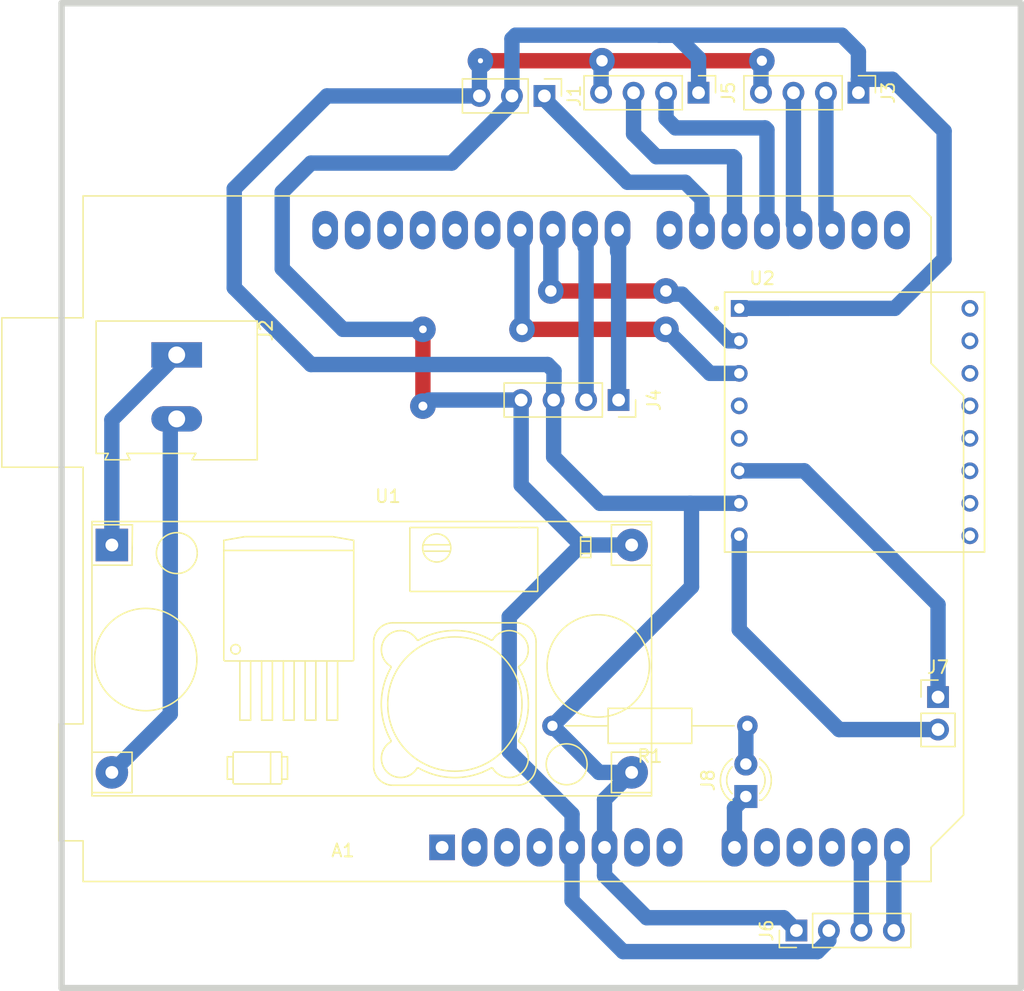
<source format=kicad_pcb>
(kicad_pcb (version 20211014) (generator pcbnew)
  (layers (0 "F.Cu" signal) (31 "B.Cu" signal) (34 "B.Paste" user) (35 "F.Paste" user) (36 "B.SilkS" user "B.Silkscreen") (37 "F.SilkS" user "F.Silkscreen") (38 "B.Mask" user) (39 "F.Mask" user) (44 "Edge.Cuts" user))
  (net 0 "")
  (net 5 "+5V")
  (net 6 "GND")
  (net 14 "D2")
  (net 15 "D3")
  (net 16 "D4")
  (net 17 "D5")
  (net 18 "D6")
  (net 19 "TX")
  (net 20 "RX")
  (net 21 "TX2")
  (net 22 "RX2")
  (net 29 "Net-(J2-Pad1)")
  (net 30 "Net-(J2-Pad2)")
  (net 31 "SDA")
  (net 32 "SCL")
  (net 33 "SPK1")
  (net 34 "SPK2")
  (net 35 "D7")
  (net 36 "Net-(J8-Pad2)")
  (net 46 "A0")
  (footprint "Connector_PinHeader_2.54mm:PinHeader_1x02_P2.54mm_Vertical" (layer "F.Cu") (at 156.525 98.25)
    (fp_text reference "J7" (at 0 -2.33) (layer "F.SilkS"))
    (fp_text value "Speaker")
    (fp_line (start -1.33 0) (end -1.33 -1.33) (layer "F.SilkS") (width 0.12))
    (fp_line (start -1.33 1.27) (end 1.33 1.27) (layer "F.SilkS") (width 0.12))
    (fp_line (start -1.33 3.87) (end 1.33 3.87) (layer "F.SilkS") (width 0.12))
    (fp_line (start -1.33 1.27) (end -1.33 3.87) (layer "F.SilkS") (width 0.12))
    (fp_line (start 1.33 1.27) (end 1.33 3.87) (layer "F.SilkS") (width 0.12))
    (fp_line (start -1.33 -1.33) (end 0 -1.33) (layer "F.SilkS") (width 0.12))
    (pad "1" thru_hole rect (at 0 0) (size 1.7 1.7) (drill 1) (layers *.Cu *.Mask) (net 33 "SPK1"))
    (pad "2" thru_hole oval (at 0 2.54) (size 1.7 1.7) (drill 1) (layers *.Cu *.Mask) (net 34 "SPK2"))
  )
  (footprint "LM2596:StepDown_LM2596" (layer "F.Cu") (at 91.93 86.36)
    (fp_text reference "U1" (at 21.59 -3.81) (layer "F.SilkS"))
    (fp_text value "LM2596_StepDown")
    (fp_line (start 1.61 -1.58) (end -0.28 -1.58) (layer "F.SilkS") (width 0.12))
    (fp_line (start 11.710233 13.69667) (end 12.550233 13.69667) (layer "F.SilkS") (width 0.12))
    (fp_line (start 13.282636 16.794696) (end 13.282636 16.700144) (layer "F.SilkS") (width 0.12))
    (fp_line (start 39.06 1.58) (end 42.22 1.58) (layer "F.SilkS") (width 0.12))
    (fp_line (start 42.195 19.615) (end 42.195 -1.835) (layer "F.SilkS") (width 0.12))
    (fp_line (start 12.411358 16.283217) (end 12.411358 18.583217) (layer "F.SilkS") (width 0.12))
    (fp_line (start 24.360553 0.482294) (end 26.439014 0.482294) (layer "F.SilkS") (width 0.12))
    (fp_line (start 39.06 1.58) (end 39.06 -1.58) (layer "F.SilkS") (width 0.12))
    (fp_line (start 16.810233 13.69667) (end 16.810233 9.06667) (layer "F.SilkS") (width 0.12))
    (fp_line (start 15.110233 13.69667) (end 15.110233 9.06667) (layer "F.SilkS") (width 0.12))
    (fp_line (start 10.010233 13.69667) (end 10.850233 13.69667) (layer "F.SilkS") (width 0.12))
    (fp_line (start 23.299783 3.582294) (end 23.299783 -1.317705) (layer "F.SilkS") (width 0.12))
    (fp_line (start 20.467397 7.585796) (end 20.467397 17.285796) (layer "F.SilkS") (width 0.12))
    (fp_line (start 33.249783 3.632294) (end 23.349783 3.632294) (layer "F.SilkS") (width 0.12))
    (fp_line (start 37.448681 0.660295) (end 36.648681 0.660295) (layer "F.SilkS") (width 0.12))
    (fp_line (start 18.83267 9.06667) (end 18.910233 8.989106) (layer "F.SilkS") (width 0.12))
    (fp_line (start 33.167397 17.285796) (end 33.167397 7.585796) (layer "F.SilkS") (width 0.12))
    (fp_line (start -1.55 19.36) (end 1.58 19.36) (layer "F.SilkS") (width 0.12))
    (fp_line (start 17.260233 -0.653329) (end 18.910233 -0.36239) (layer "F.SilkS") (width 0.12))
    (fp_line (start 24.348594 0.007294) (end 24.360553 -0.017705) (layer "F.SilkS") (width 0.12))
    (fp_line (start 10.850233 13.69667) (end 10.850233 9.06667) (layer "F.SilkS") (width 0.12))
    (fp_line (start 37.448681 -0.619704) (end 36.648681 -0.619704) (layer "F.SilkS") (width 0.12))
    (fp_line (start 26.439014 -0.017705) (end 24.360553 -0.017705) (layer "F.SilkS") (width 0.12))
    (fp_line (start 31.667397 6.085796) (end 21.967397 6.085796) (layer "F.SilkS") (width 0.12))
    (fp_line (start 39.06 -1.58) (end 42.175 -1.58) (layer "F.SilkS") (width 0.12))
    (fp_line (start 16.810233 13.69667) (end 17.650233 13.69667) (layer "F.SilkS") (width 0.12))
    (fp_line (start 1.58 1.27) (end 1.58 1.58) (layer "F.SilkS") (width 0.12))
    (fp_line (start 24.348594 0.007294) (end 24.355764 -0.023925) (layer "F.SilkS") (width 0.12))
    (fp_line (start 8.750233 8.989106) (end 8.750233 -0.36239) (layer "F.SilkS") (width 0.12))
    (fp_line (start 9.031636 18.308217) (end 9.031636 16.558217) (layer "F.SilkS") (width 0.12))
    (fp_line (start 37.448681 0.980295) (end 36.648681 0.980295) (layer "F.SilkS") (width 0.12))
    (fp_line (start 24.336385 -0.0491) (end 24.360553 -0.017705) (layer "F.SilkS") (width 0.12))
    (fp_line (start 8.749233 1.004149) (end 8.749233 1.165687) (layer "F.SilkS") (width 0.12))
    (fp_line (start 39.06 16.2) (end 42.175 16.2) (layer "F.SilkS") (width 0.12))
    (fp_line (start 10.010233 13.69667) (end 10.010233 9.06667) (layer "F.SilkS") (width 0.12))
    (fp_line (start -1.55 -1.58) (end -0.25 -1.58) (layer "F.SilkS") (width 0.12))
    (fp_line (start 21.967397 18.785796) (end 31.667397 18.785796) (layer "F.SilkS") (width 0.12))
    (fp_line (start 8.750233 -0.36239) (end 10.400233 -0.653329) (layer "F.SilkS") (width 0.12))
    (fp_line (start 17.650233 13.69667) (end 17.650233 9.06667) (layer "F.SilkS") (width 0.12))
    (fp_line (start -1.555 -1.835) (end -1.555 19.615) (layer "F.SilkS") (width 0.12))
    (fp_line (start 9.481636 18.308217) (end 9.031636 18.308217) (layer "F.SilkS") (width 0.12))
    (fp_line (start 13.410233 13.69667) (end 13.410233 9.06667) (layer "F.SilkS") (width 0.12))
    (fp_line (start 13.410233 13.69667) (end 14.250233 13.69667) (layer "F.SilkS") (width 0.12))
    (fp_line (start 36.648681 -0.299704) (end 37.448681 -0.299704) (layer "F.SilkS") (width 0.12))
    (fp_line (start -1.555 19.615) (end 42.195 19.615) (layer "F.SilkS") (width 0.12))
    (fp_line (start 9.581636 16.183217) (end 13.181636 16.183217) (layer "F.SilkS") (width 0.12))
    (fp_line (start 18.910233 8.989106) (end 18.910233 -0.36239) (layer "F.SilkS") (width 0.12))
    (fp_line (start 39.06 19.36) (end 42.175 19.36) (layer "F.SilkS") (width 0.12))
    (fp_line (start 9.481636 18.583217) (end 9.481636 16.283217) (layer "F.SilkS") (width 0.12))
    (fp_line (start -1.55 1.575) (end 1.58 1.58) (layer "F.SilkS") (width 0.12))
    (fp_line (start 8.750233 8.989106) (end 8.827797 9.06667) (layer "F.SilkS") (width 0.12))
    (fp_line (start 13.731636 16.558217) (end 13.731636 18.308217) (layer "F.SilkS") (width 0.12))
    (fp_line (start 13.731636 18.308217) (end 13.281636 18.308217) (layer "F.SilkS") (width 0.12))
    (fp_line (start 36.648681 0.980295) (end 36.648681 -0.619704) (layer "F.SilkS") (width 0.12))
    (fp_line (start 33.299783 -1.317705) (end 33.299783 3.582294) (layer "F.SilkS") (width 0.12))
    (fp_line (start 15.110233 13.69667) (end 15.950233 13.69667) (layer "F.SilkS") (width 0.12))
    (fp_line (start 23.349783 -1.367705) (end 33.249783 -1.367705) (layer "F.SilkS") (width 0.12))
    (fp_line (start 8.827797 9.06667) (end 18.83267 9.06667) (layer "F.SilkS") (width 0.12))
    (fp_line (start 14.250233 13.69667) (end 14.250233 9.06667) (layer "F.SilkS") (width 0.12))
    (fp_line (start 10.400233 -0.653329) (end 17.260233 -0.653329) (layer "F.SilkS") (width 0.12))
    (fp_line (start 31.858978 -1.368705) (end 31.814106 -1.368705) (layer "F.SilkS") (width 0.12))
    (fp_line (start 15.950233 13.69667) (end 15.950233 9.06667) (layer "F.SilkS") (width 0.12))
    (fp_line (start 13.181636 18.683217) (end 9.581636 18.683217) (layer "F.SilkS") (width 0.12))
    (fp_line (start 31.942312 -1.368705) (end 31.908357 -1.368705) (layer "F.SilkS") (width 0.12))
    (fp_line (start 9.031636 16.558217) (end 9.481636 16.558217) (layer "F.SilkS") (width 0.12))
    (fp_line (start 1.58 16.2) (end 1.58 19.36) (layer "F.SilkS") (width 0.12))
    (fp_line (start 39.06 19.36) (end 39.06 16.2) (layer "F.SilkS") (width 0.12))
    (fp_line (start 11.710233 13.69667) (end 11.710233 9.06667) (layer "F.SilkS") (width 0.12))
    (fp_line (start 13.281636 16.558217) (end 13.731636 16.558217) (layer "F.SilkS") (width 0.12))
    (fp_line (start 12.550233 13.69667) (end 12.550233 9.06667) (layer "F.SilkS") (width 0.12))
    (fp_line (start 37.448681 -0.619704) (end 37.448681 0.980295) (layer "F.SilkS") (width 0.12))
    (fp_line (start 13.281636 16.283217) (end 13.281636 18.583217) (layer "F.SilkS") (width 0.12))
    (fp_line (start -1.55 16.2) (end 1.58 16.2) (layer "F.SilkS") (width 0.12))
    (fp_line (start 42.195 -1.835) (end -1.555 -1.835) (layer "F.SilkS") (width 0.12))
    (fp_line (start 24.348594 0.007294) (end 24.324147 0.002062) (layer "F.SilkS") (width 0.12))
    (fp_line (start 1.58 1.27) (end 1.61 -1.58) (layer "F.SilkS") (width 0.12))
    (fp_line (start 18.910233 0.42667) (end 8.750233 0.42667) (layer "F.SilkS") (width 0.12))
    (fp_arc (start 23.349783 3.632294) (mid 23.314428 3.617649) (end 23.299783 3.582294) (layer "F.SilkS") (width 0.12))
    (fp_arc (start 20.467397 7.585796) (mid 20.906737 6.525136) (end 21.967397 6.085796) (layer "F.SilkS") (width 0.12))
    (fp_arc (start 23.299783 -1.317705) (mid 23.314428 -1.35306) (end 23.349783 -1.367705) (layer "F.SilkS") (width 0.12))
    (fp_arc (start 31.819576 9.600183) (mid 32.567397 12.435797) (end 31.819576 15.27141) (layer "F.SilkS") (width 0.12))
    (fp_arc (start 21.815218 15.27141) (mid 21.067397 12.435797) (end 21.815218 9.600183) (layer "F.SilkS") (width 0.12))
    (fp_arc (start 29.787183 7.399531) (mid 29.726949 7.443544) (end 29.653011 7.433617) (layer "F.SilkS") (width 0.12))
    (fp_arc (start 21.781131 9.46601) (mid 21.825145 9.526245) (end 21.815218 9.600183) (layer "F.SilkS") (width 0.12))
    (fp_arc (start 33.249783 -1.367705) (mid 33.285138 -1.35306) (end 33.299783 -1.317705) (layer "F.SilkS") (width 0.12))
    (fp_arc (start 31.853662 15.405582) (mid 32.120698 17.739097) (end 29.787183 17.472062) (layer "F.SilkS") (width 0.12))
    (fp_arc (start 31.853663 15.405583) (mid 31.809649 15.345348) (end 31.819576 15.27141) (layer "F.SilkS") (width 0.12))
    (fp_arc (start 23.981784 7.433617) (mid 26.817398 6.685796) (end 29.653011 7.433617) (layer "F.SilkS") (width 0.12))
    (fp_arc (start 13.181636 16.183217) (mid 13.252347 16.212506) (end 13.281636 16.283217) (layer "F.SilkS") (width 0.12))
    (fp_arc (start 29.653011 17.437976) (mid 26.817397 18.185797) (end 23.981783 17.437976) (layer "F.SilkS") (width 0.12))
    (fp_arc (start 13.281636 18.583217) (mid 13.252347 18.653928) (end 13.181636 18.683217) (layer "F.SilkS") (width 0.12))
    (fp_arc (start 9.481636 16.283217) (mid 9.510925 16.212506) (end 9.581636 16.183217) (layer "F.SilkS") (width 0.12))
    (fp_arc (start 29.653011 17.437976) (mid 29.726949 17.428049) (end 29.787183 17.472062) (layer "F.SilkS") (width 0.12))
    (fp_arc (start 9.581636 18.683217) (mid 9.510925 18.653928) (end 9.481636 18.583217) (layer "F.SilkS") (width 0.12))
    (fp_arc (start 33.299783 3.582294) (mid 33.285138 3.617649) (end 33.249783 3.632294) (layer "F.SilkS") (width 0.12))
    (fp_arc (start 33.167397 17.285796) (mid 32.728057 18.346456) (end 31.667397 18.785796) (layer "F.SilkS") (width 0.12))
    (fp_arc (start 24.324148 0.462527) (mid 26.469609 -0.023574) (end 24.336385 0.51369) (layer "F.SilkS") (width 0.12))
    (fp_arc (start 23.981783 7.433617) (mid 23.907845 7.443544) (end 23.847611 7.399531) (layer "F.SilkS") (width 0.12))
    (fp_arc (start 21.967397 18.785796) (mid 20.906737 18.346456) (end 20.467397 17.285796) (layer "F.SilkS") (width 0.12))
    (fp_arc (start 29.787183 7.399531) (mid 32.120698 7.132495) (end 31.853662 9.466011) (layer "F.SilkS") (width 0.12))
    (fp_arc (start 21.781132 9.466011) (mid 21.514096 7.132496) (end 23.847611 7.399531) (layer "F.SilkS") (width 0.12))
    (fp_arc (start 31.819577 9.600184) (mid 31.809649 9.526246) (end 31.853662 9.466011) (layer "F.SilkS") (width 0.12))
    (fp_arc (start 31.667397 6.085796) (mid 32.728057 6.525136) (end 33.167397 7.585796) (layer "F.SilkS") (width 0.12))
    (fp_arc (start 23.847611 17.472062) (mid 23.907845 17.428049) (end 23.981783 17.437976) (layer "F.SilkS") (width 0.12))
    (fp_arc (start 23.847611 17.472062) (mid 21.514096 17.739098) (end 21.781132 15.405582) (layer "F.SilkS") (width 0.12))
    (fp_arc (start 21.815217 15.271409) (mid 21.825145 15.345347) (end 21.781132 15.405582) (layer "F.SilkS") (width 0.12))
    (fp_circle (center 35.56 17.145) (end 37.159 17.145) (layer "F.SilkS") (width 0.12) (fill none))
    (fp_circle (center 9.673179 8.154594) (end 10.048179 8.154594) (layer "F.SilkS") (width 0.12) (fill none))
    (fp_circle (center 5.08 0.635) (end 6.678999 0.635) (layer "F.SilkS") (width 0.12) (fill none))
    (fp_circle (center 2.646666 8.957418) (end 6.646666 8.957418) (layer "F.SilkS") (width 0.12) (fill none))
    (fp_circle (center 26.817397 12.435796) (end 32.067397 12.435796) (layer "F.SilkS") (width 0.12) (fill none))
    (fp_circle (center 38.029307 9.455206) (end 42.029307 9.455206) (layer "F.SilkS") (width 0.12) (fill none))
    (pad "1" thru_hole rect (at 0 0) (size 2.54 2.54) (drill 1) (layers *.Cu *.Mask) (net 29 "Net-(J2-Pad1)"))
    (pad "2" thru_hole circle (at 0 17.78) (size 2.54 2.54) (drill 1) (layers *.Cu *.Mask) (net 30 "Net-(J2-Pad2)"))
    (pad "3" thru_hole circle (at 40.64 17.78) (size 2.54 2.54) (drill 1) (layers *.Cu *.Mask) (net 6 "GND"))
    (pad "4" thru_hole circle (at 40.64 0) (size 2.54 2.54) (drill 1) (layers *.Cu *.Mask) (net 5 "+5V"))
  )
  (footprint "Module:Arduino_UNO_R3" (layer "F.Cu") (at 117.75 64)
    (fp_text reference "A1" (at -7.75 46.25) (layer "F.SilkS"))
    (fp_text value "Arduino_UNO_R3")
    (fp_line (start -28.07 45.49) (end -29.97 45.49) (layer "F.SilkS") (width 0.12))
    (fp_line (start -28.07 16.28) (end -34.42 16.28) (layer "F.SilkS") (width 0.12))
    (fp_line (start -28.07 36.35) (end -28.07 16.28) (layer "F.SilkS") (width 0.12))
    (fp_line (start 38.23 48.67) (end -28.07 48.67) (layer "F.SilkS") (width 0.12))
    (fp_line (start -28.07 4.6) (end -28.07 -4.93) (layer "F.SilkS") (width 0.12))
    (fp_line (start 38.23 46) (end 38.23 48.67) (layer "F.SilkS") (width 0.12))
    (fp_line (start -28.07 48.67) (end -28.07 45.49) (layer "F.SilkS") (width 0.12))
    (fp_line (start -34.42 16.28) (end -34.42 4.6) (layer "F.SilkS") (width 0.12))
    (fp_line (start -28.07 -4.93) (end 36.58 -4.93) (layer "F.SilkS") (width 0.12))
    (fp_line (start 38.23 -3.28) (end 38.23 8.15) (layer "F.SilkS") (width 0.12))
    (fp_line (start 36.58 -4.93) (end 38.23 -3.28) (layer "F.SilkS") (width 0.12))
    (fp_line (start 38.23 8.15) (end 40.77 10.69) (layer "F.SilkS") (width 0.12))
    (fp_line (start -29.97 36.35) (end -28.07 36.35) (layer "F.SilkS") (width 0.12))
    (fp_line (start -34.42 4.6) (end -28.07 4.6) (layer "F.SilkS") (width 0.12))
    (fp_line (start 40.77 10.69) (end 40.77 43.46) (layer "F.SilkS") (width 0.12))
    (fp_line (start -29.97 45.49) (end -29.97 36.35) (layer "F.SilkS") (width 0.12))
    (fp_line (start 40.77 43.46) (end 38.23 46) (layer "F.SilkS") (width 0.12))
    (pad "1" thru_hole rect (at 0 46 90) (size 2 2) (drill 1) (layers *.Cu *.Mask))
    (pad "2" thru_hole oval (at 2.54 46 90) (size 3 2) (drill 1) (layers *.Cu *.Mask))
    (pad "3" thru_hole oval (at 5.08 46 90) (size 3 2) (drill 1) (layers *.Cu *.Mask))
    (pad "4" thru_hole oval (at 7.62 46 90) (size 3 2) (drill 1) (layers *.Cu *.Mask))
    (pad "5" thru_hole oval (at 10.16 46 90) (size 3 2) (drill 1) (layers *.Cu *.Mask) (net 5 "+5V"))
    (pad "6" thru_hole oval (at 12.7 46 90) (size 3 2) (drill 1) (layers *.Cu *.Mask) (net 6 "GND"))
    (pad "7" thru_hole oval (at 15.24 46 90) (size 3 2) (drill 1) (layers *.Cu *.Mask))
    (pad "8" thru_hole oval (at 17.78 46 90) (size 3 2) (drill 1) (layers *.Cu *.Mask))
    (pad "9" thru_hole oval (at 22.86 46 90) (size 3 2) (drill 1) (layers *.Cu *.Mask) (net 46 "A0"))
    (pad "10" thru_hole oval (at 25.4 46 90) (size 3 2) (drill 1) (layers *.Cu *.Mask))
    (pad "11" thru_hole oval (at 27.94 46 90) (size 3 2) (drill 1) (layers *.Cu *.Mask))
    (pad "12" thru_hole oval (at 30.48 46 90) (size 3 2) (drill 1) (layers *.Cu *.Mask))
    (pad "13" thru_hole oval (at 33.02 46 90) (size 3 2) (drill 1) (layers *.Cu *.Mask) (net 31 "SDA"))
    (pad "14" thru_hole oval (at 35.56 46 90) (size 3 2) (drill 1) (layers *.Cu *.Mask) (net 32 "SCL"))
    (pad "15" thru_hole oval (at 35.56 -2.26 90) (size 3 2) (drill 1) (layers *.Cu *.Mask))
    (pad "16" thru_hole oval (at 33.02 -2.26 90) (size 3 2) (drill 1) (layers *.Cu *.Mask))
    (pad "17" thru_hole oval (at 30.48 -2.26 90) (size 3 2) (drill 1) (layers *.Cu *.Mask) (net 14 "D2"))
    (pad "18" thru_hole oval (at 27.94 -2.26 90) (size 3 2) (drill 1) (layers *.Cu *.Mask) (net 15 "D3"))
    (pad "19" thru_hole oval (at 25.4 -2.26 90) (size 3 2) (drill 1) (layers *.Cu *.Mask) (net 16 "D4"))
    (pad "20" thru_hole oval (at 22.86 -2.26 90) (size 3 2) (drill 1) (layers *.Cu *.Mask) (net 17 "D5"))
    (pad "21" thru_hole oval (at 20.32 -2.26 90) (size 3 2) (drill 1) (layers *.Cu *.Mask) (net 18 "D6"))
    (pad "22" thru_hole oval (at 17.78 -2.26 90) (size 3 2) (drill 1) (layers *.Cu *.Mask) (net 35 "D7"))
    (pad "23" thru_hole oval (at 13.72 -2.26 90) (size 3 2) (drill 1) (layers *.Cu *.Mask) (net 20 "RX"))
    (pad "24" thru_hole oval (at 11.18 -2.26 90) (size 3 2) (drill 1) (layers *.Cu *.Mask) (net 19 "TX"))
    (pad "25" thru_hole oval (at 8.64 -2.26 90) (size 3 2) (drill 1) (layers *.Cu *.Mask) (net 21 "TX2"))
    (pad "26" thru_hole oval (at 6.1 -2.26 90) (size 3 2) (drill 1) (layers *.Cu *.Mask) (net 22 "RX2"))
    (pad "27" thru_hole oval (at 3.56 -2.26 90) (size 3 2) (drill 1) (layers *.Cu *.Mask))
    (pad "28" thru_hole oval (at 1.02 -2.26 90) (size 3 2) (drill 1) (layers *.Cu *.Mask))
    (pad "29" thru_hole oval (at -1.52 -2.26 90) (size 3 2) (drill 1) (layers *.Cu *.Mask))
    (pad "30" thru_hole oval (at -4.06 -2.26 90) (size 3 2) (drill 1) (layers *.Cu *.Mask))
    (pad "31" thru_hole oval (at -6.6 -2.26 90) (size 3 2) (drill 1) (layers *.Cu *.Mask))
    (pad "32" thru_hole oval (at -9.14 -2.26 90) (size 3 2) (drill 1) (layers *.Cu *.Mask))
  )
  (footprint "Connector_PinHeader_2.54mm:PinHeader_1x04_P2.54mm_Vertical" (layer "F.Cu") (at 150.3 51 -90)
    (fp_text reference "J3" (at 0 -2.33 90) (layer "F.SilkS"))
    (fp_text value "HCSR 2")
    (fp_line (start -1.33 0) (end -1.33 -1.33) (layer "F.SilkS") (width 0.12))
    (fp_line (start -1.33 -1.33) (end 0 -1.33) (layer "F.SilkS") (width 0.12))
    (fp_line (start 1.33 1.27) (end 1.33 8.95) (layer "F.SilkS") (width 0.12))
    (fp_line (start -1.33 1.27) (end -1.33 8.95) (layer "F.SilkS") (width 0.12))
    (fp_line (start -1.33 1.27) (end 1.33 1.27) (layer "F.SilkS") (width 0.12))
    (fp_line (start -1.33 8.95) (end 1.33 8.95) (layer "F.SilkS") (width 0.12))
    (pad "1" thru_hole rect (at 0 0 270) (size 1.7 1.7) (drill 1) (layers *.Cu *.Mask) (net 5 "+5V"))
    (pad "2" thru_hole oval (at 0 2.54 270) (size 1.7 1.7) (drill 1) (layers *.Cu *.Mask) (net 14 "D2"))
    (pad "3" thru_hole oval (at 0 5.08 270) (size 1.7 1.7) (drill 1) (layers *.Cu *.Mask) (net 15 "D3"))
    (pad "4" thru_hole oval (at 0 7.62 270) (size 1.7 1.7) (drill 1) (layers *.Cu *.Mask) (net 6 "GND"))
  )
  (footprint "DFplayer:MODULE_DFR0299" (layer "F.Cu") (at 150 76.75)
    (fp_text reference "U2" (at -7.225 -11.235) (layer "F.SilkS"))
    (fp_text value "DFR0299")
    (fp_line (start 10.16 -10.16) (end 10.16 10.16) (layer "F.SilkS") (width 0.127))
    (fp_line (start 10.16 10.16) (end -10.16 10.16) (layer "F.SilkS") (width 0.127))
    (fp_line (start -10.16 10.16) (end -10.16 -10.16) (layer "F.SilkS") (width 0.127))
    (fp_line (start -10.16 -10.16) (end 10.16 -10.16) (layer "F.SilkS") (width 0.127))
    (fp_circle (center -10.8 -8.89) (end -10.7 -8.89) (layer "F.SilkS") (width 0.2) (fill none))
    (pad "1" thru_hole rect (at -9.017 -8.89) (size 1.308 1.308) (drill 0.8) (layers *.Cu *.Mask) (net 5 "+5V"))
    (pad "2" thru_hole circle (at -9.017 -6.35) (size 1.308 1.308) (drill 0.8) (layers *.Cu *.Mask) (net 21 "TX2"))
    (pad "3" thru_hole circle (at -9.017 -3.81) (size 1.308 1.308) (drill 0.8) (layers *.Cu *.Mask) (net 22 "RX2"))
    (pad "4" thru_hole circle (at -9.017 -1.27) (size 1.308 1.308) (drill 0.8) (layers *.Cu *.Mask))
    (pad "5" thru_hole circle (at -9.017 1.27) (size 1.308 1.308) (drill 0.8) (layers *.Cu *.Mask))
    (pad "6" thru_hole circle (at -9.017 3.81) (size 1.308 1.308) (drill 0.8) (layers *.Cu *.Mask) (net 33 "SPK1"))
    (pad "7" thru_hole circle (at -9.017 6.35) (size 1.308 1.308) (drill 0.8) (layers *.Cu *.Mask) (net 6 "GND"))
    (pad "8" thru_hole circle (at -9.017 8.89) (size 1.308 1.308) (drill 0.8) (layers *.Cu *.Mask) (net 34 "SPK2"))
    (pad "9" thru_hole circle (at 9.017 8.89) (size 1.308 1.308) (drill 0.8) (layers *.Cu *.Mask))
    (pad "10" thru_hole circle (at 9.017 6.35) (size 1.308 1.308) (drill 0.8) (layers *.Cu *.Mask) (net 6 "GND"))
    (pad "11" thru_hole circle (at 9.017 3.81) (size 1.308 1.308) (drill 0.8) (layers *.Cu *.Mask))
    (pad "12" thru_hole circle (at 9.017 1.27) (size 1.308 1.308) (drill 0.8) (layers *.Cu *.Mask))
    (pad "13" thru_hole circle (at 9.017 -1.27) (size 1.308 1.308) (drill 0.8) (layers *.Cu *.Mask))
    (pad "14" thru_hole circle (at 9.017 -3.81) (size 1.308 1.308) (drill 0.8) (layers *.Cu *.Mask))
    (pad "15" thru_hole circle (at 9.017 -6.35) (size 1.308 1.308) (drill 0.8) (layers *.Cu *.Mask))
    (pad "16" thru_hole circle (at 9.017 -8.89) (size 1.308 1.308) (drill 0.8) (layers *.Cu *.Mask))
  )
  (footprint "Connector_PinHeader_2.54mm:PinHeader_1x04_P2.54mm_Vertical" (layer "F.Cu") (at 145.45 116.5 90)
    (fp_text reference "J6" (at 0 -2.33 90) (layer "F.SilkS"))
    (fp_text value "LCD I2C")
    (fp_line (start -1.33 -1.33) (end 0 -1.33) (layer "F.SilkS") (width 0.12))
    (fp_line (start -1.33 1.27) (end 1.33 1.27) (layer "F.SilkS") (width 0.12))
    (fp_line (start -1.33 1.27) (end -1.33 8.95) (layer "F.SilkS") (width 0.12))
    (fp_line (start -1.33 8.95) (end 1.33 8.95) (layer "F.SilkS") (width 0.12))
    (fp_line (start 1.33 1.27) (end 1.33 8.95) (layer "F.SilkS") (width 0.12))
    (fp_line (start -1.33 0) (end -1.33 -1.33) (layer "F.SilkS") (width 0.12))
    (pad "1" thru_hole rect (at 0 0 90) (size 1.7 1.7) (drill 1) (layers *.Cu *.Mask) (net 6 "GND"))
    (pad "2" thru_hole oval (at 0 2.54 90) (size 1.7 1.7) (drill 1) (layers *.Cu *.Mask) (net 5 "+5V"))
    (pad "3" thru_hole oval (at 0 5.08 90) (size 1.7 1.7) (drill 1) (layers *.Cu *.Mask) (net 31 "SDA"))
    (pad "4" thru_hole oval (at 0 7.62 90) (size 1.7 1.7) (drill 1) (layers *.Cu *.Mask) (net 32 "SCL"))
  )
  (footprint "Connector_PinSocket_2.54mm:PinSocket_1x04_P2.54mm_Vertical" (layer "F.Cu") (at 131.55 75.025 -90)
    (fp_text reference "J4" (at 0 -2.77 90) (layer "F.SilkS"))
    (fp_text value "Bluetooth")
    (fp_line (start -1.33 1.27) (end -1.33 8.95) (layer "F.SilkS") (width 0.12))
    (fp_line (start -1.33 8.95) (end 1.33 8.95) (layer "F.SilkS") (width 0.12))
    (fp_line (start 0 -1.33) (end 1.33 -1.33) (layer "F.SilkS") (width 0.12))
    (fp_line (start 1.33 -1.33) (end 1.33 0) (layer "F.SilkS") (width 0.12))
    (fp_line (start -1.33 1.27) (end 1.33 1.27) (layer "F.SilkS") (width 0.12))
    (fp_line (start 1.33 1.27) (end 1.33 8.95) (layer "F.SilkS") (width 0.12))
    (pad "1" thru_hole rect (at 0 0 270) (size 1.7 1.7) (drill 1) (layers *.Cu *.Mask) (net 20 "RX"))
    (pad "2" thru_hole oval (at 0 2.54 270) (size 1.7 1.7) (drill 1) (layers *.Cu *.Mask) (net 19 "TX"))
    (pad "3" thru_hole oval (at 0 5.08 270) (size 1.7 1.7) (drill 1) (layers *.Cu *.Mask) (net 6 "GND"))
    (pad "4" thru_hole oval (at 0 7.62 270) (size 1.7 1.7) (drill 1) (layers *.Cu *.Mask) (net 5 "+5V"))
  )
  (footprint "Connector_PinHeader_2.54mm:PinHeader_1x03_P2.54mm_Vertical" (layer "F.Cu") (at 125.75 51.25 -90)
    (fp_text reference "J1" (at 0 -2.33 90) (layer "F.SilkS"))
    (fp_text value "Servo")
    (fp_line (start -1.33 6.41) (end 1.33 6.41) (layer "F.SilkS") (width 0.12))
    (fp_line (start 1.33 1.27) (end 1.33 6.41) (layer "F.SilkS") (width 0.12))
    (fp_line (start -1.33 0) (end -1.33 -1.33) (layer "F.SilkS") (width 0.12))
    (fp_line (start -1.33 -1.33) (end 0 -1.33) (layer "F.SilkS") (width 0.12))
    (fp_line (start -1.33 1.27) (end -1.33 6.41) (layer "F.SilkS") (width 0.12))
    (fp_line (start -1.33 1.27) (end 1.33 1.27) (layer "F.SilkS") (width 0.12))
    (pad "1" thru_hole rect (at 0 0 270) (size 1.7 1.7) (drill 1) (layers *.Cu *.Mask) (net 18 "D6"))
    (pad "2" thru_hole oval (at 0 2.54 270) (size 1.7 1.7) (drill 1) (layers *.Cu *.Mask) (net 5 "+5V"))
    (pad "3" thru_hole oval (at 0 5.08 270) (size 1.7 1.7) (drill 1) (layers *.Cu *.Mask) (net 6 "GND"))
  )
  (footprint "LED_THT:LED_D3.0mm" (layer "F.Cu") (at 141.5 106.025 90)
    (fp_text reference "J8" (at 1.27 -2.96 90) (layer "F.SilkS"))
    (fp_text value "Conn_01x02_Male")
    (fp_line (start -0.29 1.08) (end -0.29 1.236) (layer "F.SilkS") (width 0.12))
    (fp_line (start -0.29 -1.236) (end -0.29 -1.08) (layer "F.SilkS") (width 0.12))
    (fp_arc (start 2.31113 1.079837) (mid 1.270117 1.5) (end 0.229039 1.08) (layer "F.SilkS") (width 0.12))
    (fp_arc (start -0.29 -1.235516) (mid 1.366487 -1.987659) (end 2.942335 -1.078608) (layer "F.SilkS") (width 0.12))
    (fp_arc (start 0.229039 -1.08) (mid 1.270117 -1.5) (end 2.31113 -1.079837) (layer "F.SilkS") (width 0.12))
    (fp_arc (start 2.942335 1.078608) (mid 1.366487 1.987659) (end -0.29 1.235516) (layer "F.SilkS") (width 0.12))
    (pad "1" thru_hole rect (at 0 0 90) (size 1.8 1.8) (drill 0.9) (layers *.Cu *.Mask) (net 46 "A0"))
    (pad "2" thru_hole circle (at 2.54 0 90) (size 1.8 1.8) (drill 0.9) (layers *.Cu *.Mask) (net 36 "Net-(J8-Pad2)"))
  )
  (footprint "Connector_PinHeader_2.54mm:PinHeader_1x04_P2.54mm_Vertical" (layer "F.Cu") (at 137.8 51 -90)
    (fp_text reference "J5" (at 0 -2.33 90) (layer "F.SilkS"))
    (fp_text value "HSCR 1")
    (fp_line (start 1.33 1.27) (end 1.33 8.95) (layer "F.SilkS") (width 0.12))
    (fp_line (start -1.33 1.27) (end -1.33 8.95) (layer "F.SilkS") (width 0.12))
    (fp_line (start -1.33 1.27) (end 1.33 1.27) (layer "F.SilkS") (width 0.12))
    (fp_line (start -1.33 -1.33) (end 0 -1.33) (layer "F.SilkS") (width 0.12))
    (fp_line (start -1.33 8.95) (end 1.33 8.95) (layer "F.SilkS") (width 0.12))
    (fp_line (start -1.33 0) (end -1.33 -1.33) (layer "F.SilkS") (width 0.12))
    (pad "1" thru_hole rect (at 0 0 270) (size 1.7 1.7) (drill 1) (layers *.Cu *.Mask) (net 5 "+5V"))
    (pad "2" thru_hole oval (at 0 2.54 270) (size 1.7 1.7) (drill 1) (layers *.Cu *.Mask) (net 16 "D4"))
    (pad "3" thru_hole oval (at 0 5.08 270) (size 1.7 1.7) (drill 1) (layers *.Cu *.Mask) (net 17 "D5"))
    (pad "4" thru_hole oval (at 0 7.62 270) (size 1.7 1.7) (drill 1) (layers *.Cu *.Mask) (net 6 "GND"))
  )
  (footprint "Resistor_THT:R_Axial_DIN0207_L6.3mm_D2.5mm_P15.24mm_Horizontal" (layer "F.Cu") (at 141.62 100.5 180)
    (fp_text reference "R1" (at 7.62 -2.37) (layer "F.SilkS"))
    (fp_text value "R")
    (fp_line (start 4.35 1.37) (end 10.89 1.37) (layer "F.SilkS") (width 0.12))
    (fp_line (start 14.2 0) (end 10.89 0) (layer "F.SilkS") (width 0.12))
    (fp_line (start 10.89 -1.37) (end 4.35 -1.37) (layer "F.SilkS") (width 0.12))
    (fp_line (start 1.04 0) (end 4.35 0) (layer "F.SilkS") (width 0.12))
    (fp_line (start 10.89 1.37) (end 10.89 -1.37) (layer "F.SilkS") (width 0.12))
    (fp_line (start 4.35 -1.37) (end 4.35 1.37) (layer "F.SilkS") (width 0.12))
    (pad "1" thru_hole circle (at 0 0 180) (size 1.6 1.6) (drill 0.8) (layers *.Cu *.Mask) (net 36 "Net-(J8-Pad2)"))
    (pad "2" thru_hole oval (at 15.24 0 180) (size 1.6 1.6) (drill 0.8) (layers *.Cu *.Mask) (net 6 "GND"))
  )
  (footprint "TerminalBlock:TerminalBlock_Altech_AK300-2_P5.00mm" (layer "F.Cu") (at 97 71.5 -90)
    (fp_text reference "J2" (at -1.92 -6.99 90) (layer "F.SilkS"))
    (fp_text value "Conn_01x02_Male")
    (fp_line (start 8.2 3.65) (end 7.7 3.9) (layer "F.SilkS") (width 0.12))
    (fp_line (start -2.65 6.3) (end 7.7 6.3) (layer "F.SilkS") (width 0.12))
    (fp_line (start 8.2 5.6) (end 8.2 3.7) (layer "F.SilkS") (width 0.12))
    (fp_line (start 7.7 6.3) (end 7.7 5.35) (layer "F.SilkS") (width 0.12))
    (fp_line (start 8.2 -6.3) (end -2.65 -6.3) (layer "F.SilkS") (width 0.12))
    (fp_line (start 7.7 5.35) (end 8.2 5.6) (layer "F.SilkS") (width 0.12))
    (fp_line (start 8.2 -1.2) (end 8.2 -6.3) (layer "F.SilkS") (width 0.12))
    (fp_line (start -2.65 -6.3) (end -2.65 6.3) (layer "F.SilkS") (width 0.12))
    (fp_line (start 8.2 3.7) (end 8.2 3.65) (layer "F.SilkS") (width 0.12))
    (fp_line (start 7.7 -1.5) (end 8.2 -1.2) (layer "F.SilkS") (width 0.12))
    (fp_line (start 7.7 3.9) (end 7.7 -1.5) (layer "F.SilkS") (width 0.12))
    (pad "1" thru_hole rect (at 0 0 270) (size 1.98 3.96) (drill 1.32) (layers *.Cu *.Mask) (net 29 "Net-(J2-Pad1)"))
    (pad "2" thru_hole oval (at 5 0 270) (size 1.98 3.96) (drill 1.32) (layers *.Cu *.Mask) (net 30 "Net-(J2-Pad2)"))
  )
  (gr_line (start 88 121) (end 88 44) (layer "Edge.Cuts") (width 0.5))
  (gr_line (start 88 44) (end 163 44) (layer "Edge.Cuts") (width 0.5))
  (gr_line (start 163 44) (end 163 121) (layer "Edge.Cuts") (width 0.5))
  (gr_line (start 163 121) (end 88 121) (layer "Edge.Cuts") (width 0.5))
  (segment (start 116.25 75.5) (end 116.25 69.5) (width 1.2) (layer "F.Cu") (net 5))
  (via (at 116.25 75.5) (size 2) (drill 0.7) (layers "F.Cu" "B.Cu") (net 5))
  (via (at 116.25 69.5) (size 2) (drill 0.6) (layers "F.Cu" "B.Cu") (net 5))
  (segment (start 157 54) (end 152.95 49.95) (width 1.2) (layer "B.Cu") (net 5))
  (segment (start 147.099511 118.149511) (end 147.99 117.259022) (width 1.2) (layer "B.Cu") (net 5))
  (segment (start 118.5 56.5) (end 123.21 51.79) (width 1.2) (layer "B.Cu") (net 5))
  (segment (start 123.21 46.79) (end 123.21 51.25) (width 1.2) (layer "B.Cu") (net 5))
  (segment (start 157 64) (end 157 54) (width 1.2) (layer "B.Cu") (net 5))
  (segment (start 152.95 49.95) (end 150.3 49.95) (width 1.2) (layer "B.Cu") (net 5))
  (segment (start 140.983 67.86) (end 153.14 67.86) (width 1.2) (layer "B.Cu") (net 5))
  (segment (start 150.3 47.8) (end 149 46.5) (width 1.2) (layer "B.Cu") (net 5))
  (segment (start 123.93 75.025) (end 116.725 75.025) (width 1.2) (layer "B.Cu") (net 5))
  (segment (start 131.899511 118.149511) (end 147.099511 118.149511) (width 1.2) (layer "B.Cu") (net 5))
  (segment (start 136 46.5) (end 134.75 46.5) (width 1.2) (layer "B.Cu") (net 5))
  (segment (start 107.5 56.5) (end 118.5 56.5) (width 1.2) (layer "B.Cu") (net 5))
  (segment (start 137.8 51) (end 137.8 48.3) (width 1.2) (layer "B.Cu") (net 5))
  (segment (start 123.93 81.68) (end 123.93 75.025) (width 1.2) (layer "B.Cu") (net 5))
  (segment (start 127.91 114.16) (end 131.899511 118.149511) (width 1.2) (layer "B.Cu") (net 5))
  (segment (start 123 102.5) (end 123 91.97) (width 1.2) (layer "B.Cu") (net 5))
  (segment (start 150.3 49.95) (end 150.3 47.8) (width 1.2) (layer "B.Cu") (net 5))
  (segment (start 132.57 86.36) (end 128.61 86.36) (width 1.2) (layer "B.Cu") (net 5))
  (segment (start 116.25 69.5) (end 110 69.5) (width 1.2) (layer "B.Cu") (net 5))
  (segment (start 110 69.5) (end 105.25 64.75) (width 1.2) (layer "B.Cu") (net 5))
  (segment (start 116.725 75.025) (end 116.25 75.5) (width 1.2) (layer "B.Cu") (net 5))
  (segment (start 127.91 110) (end 127.91 107.41) (width 1.2) (layer "B.Cu") (net 5))
  (segment (start 149 46.5) (end 134.75 46.5) (width 1.2) (layer "B.Cu") (net 5))
  (segment (start 127.91 110) (end 127.91 114.16) (width 1.2) (layer "B.Cu") (net 5))
  (segment (start 147.99 117.259022) (end 147.99 116.5) (width 1.2) (layer "B.Cu") (net 5))
  (segment (start 105.25 58.75) (end 107.5 56.5) (width 1.2) (layer "B.Cu") (net 5))
  (segment (start 123.21 51.79) (end 123.21 51.25) (width 1.2) (layer "B.Cu") (net 5))
  (segment (start 105.25 64.75) (end 105.25 58.75) (width 1.2) (layer "B.Cu") (net 5))
  (segment (start 134.75 46.5) (end 123.5 46.5) (width 1.2) (layer "B.Cu") (net 5))
  (segment (start 153.14 67.86) (end 157 64) (width 1.2) (layer "B.Cu") (net 5))
  (segment (start 137.8 48.3) (end 136 46.5) (width 1.2) (layer "B.Cu") (net 5))
  (segment (start 140.983 67.86) (end 144.86 67.86) (width 1.2) (layer "B.Cu") (net 5))
  (segment (start 123.5 46.5) (end 123.21 46.79) (width 1.2) (layer "B.Cu") (net 5))
  (segment (start 127.91 107.41) (end 123 102.5) (width 1.2) (layer "B.Cu") (net 5))
  (segment (start 150.3 51) (end 150.3 49.95) (width 1.2) (layer "B.Cu") (net 5))
  (segment (start 128.61 86.36) (end 123.93 81.68) (width 1.2) (layer "B.Cu") (net 5))
  (segment (start 123 91.97) (end 128.61 86.36) (width 1.2) (layer "B.Cu") (net 5))
  (segment (start 120.75 48.5) (end 130.25 48.5) (width 1.2) (layer "F.Cu") (net 6))
  (segment (start 142.75 48.5) (end 130.25 48.5) (width 1.2) (layer "F.Cu") (net 6))
  (via (at 120.75 48.5) (size 2) (drill 0.4) (layers "F.Cu" "B.Cu") (net 6))
  (via (at 130.25 48.5) (size 2) (drill 0.9) (layers "F.Cu" "B.Cu") (net 6))
  (via (at 142.75 48.5) (size 2) (drill 0.8) (layers "F.Cu" "B.Cu") (net 6))
  (segment (start 130.45 106.26) (end 132.57 104.14) (width 1.2) (layer "B.Cu") (net 6))
  (segment (start 120.67 51.25) (end 108.75 51.25) (width 1.2) (layer "B.Cu") (net 6))
  (segment (start 130.18 51) (end 130.18 48.57) (width 1.2) (layer "B.Cu") (net 6))
  (segment (start 101.5 58.5) (end 101.5 66.25) (width 1.2) (layer "B.Cu") (net 6))
  (segment (start 101.5 66.25) (end 107.5 72.25) (width 1.2) (layer "B.Cu") (net 6))
  (segment (start 107.5 72.25) (end 126 72.25) (width 1.2) (layer "B.Cu") (net 6))
  (segment (start 130.02 104.14) (end 126.38 100.5) (width 1.2) (layer "B.Cu") (net 6))
  (segment (start 126 72.25) (end 126.5 72.75) (width 1.2) (layer "B.Cu") (net 6))
  (segment (start 137.15 83.1) (end 140.983 83.1) (width 1.2) (layer "B.Cu") (net 6))
  (segment (start 144.45 115.5) (end 133.75 115.5) (width 1.2) (layer "B.Cu") (net 6))
  (segment (start 131.46 105.25) (end 132.57 104.14) (width 1.2) (layer "B.Cu") (net 6))
  (segment (start 120.67 48.58) (end 120.75 48.5) (width 1.2) (layer "B.Cu") (net 6))
  (segment (start 126.47 73.775) (end 126.47 79.47) (width 1.2) (layer "B.Cu") (net 6))
  (segment (start 130.18 48.57) (end 130.25 48.5) (width 1.2) (layer "B.Cu") (net 6))
  (segment (start 126.38 100.5) (end 137.25 89.63) (width 1.2) (layer "B.Cu") (net 6))
  (segment (start 126.5 73.745) (end 126.47 73.775) (width 1.2) (layer "B.Cu") (net 6))
  (segment (start 137.25 83.2) (end 137.15 83.1) (width 1.2) (layer "B.Cu") (net 6))
  (segment (start 126.5 72.75) (end 126.5 73.745) (width 1.2) (layer "B.Cu") (net 6))
  (segment (start 126.47 79.47) (end 130.1 83.1) (width 1.2) (layer "B.Cu") (net 6))
  (segment (start 120.67 51.25) (end 120.67 48.58) (width 1.2) (layer "B.Cu") (net 6))
  (segment (start 130.45 112.2) (end 130.45 110) (width 1.2) (layer "B.Cu") (net 6))
  (segment (start 137.25 89.63) (end 137.25 83.2) (width 1.2) (layer "B.Cu") (net 6))
  (segment (start 142.68 51) (end 142.68 48.57) (width 1.2) (layer "B.Cu") (net 6))
  (segment (start 130.45 110) (end 130.45 106.26) (width 1.2) (layer "B.Cu") (net 6))
  (segment (start 130.1 83.1) (end 137.15 83.1) (width 1.2) (layer "B.Cu") (net 6))
  (segment (start 108.75 51.25) (end 101.5 58.5) (width 1.2) (layer "B.Cu") (net 6))
  (segment (start 132.57 104.14) (end 130.02 104.14) (width 1.2) (layer "B.Cu") (net 6))
  (segment (start 133.75 115.5) (end 130.45 112.2) (width 1.2) (layer "B.Cu") (net 6))
  (segment (start 142.68 48.57) (end 142.75 48.5) (width 1.2) (layer "B.Cu") (net 6))
  (segment (start 145.45 116.5) (end 144.45 115.5) (width 1.2) (layer "B.Cu") (net 6))
  (segment (start 147.76 61.27) (end 147.76 51) (width 1.2) (layer "B.Cu") (net 14))
  (segment (start 148.23 61.74) (end 147.76 61.27) (width 1.2) (layer "B.Cu") (net 14))
  (segment (start 145.69 61.74) (end 145.22 61.27) (width 1.2) (layer "B.Cu") (net 15))
  (segment (start 145.22 61.27) (end 145.22 51) (width 1.2) (layer "B.Cu") (net 15))
  (segment (start 135.26 53.01) (end 136 53.75) (width 1.2) (layer "B.Cu") (net 16))
  (segment (start 143.15 53.9) (end 143.15 61.74) (width 1.2) (layer "B.Cu") (net 16))
  (segment (start 135.26 51) (end 135.26 53.01) (width 1.2) (layer "B.Cu") (net 16))
  (segment (start 136 53.75) (end 143 53.75) (width 1.2) (layer "B.Cu") (net 16))
  (segment (start 143 53.75) (end 143.15 53.9) (width 1.2) (layer "B.Cu") (net 16))
  (segment (start 140.5 56) (end 140.61 56.11) (width 1.2) (layer "B.Cu") (net 17))
  (segment (start 132.72 51) (end 132.72 54.22) (width 1.2) (layer "B.Cu") (net 17))
  (segment (start 134.5 56) (end 140.5 56) (width 1.2) (layer "B.Cu") (net 17))
  (segment (start 132.72 54.22) (end 134.5 56) (width 1.2) (layer "B.Cu") (net 17))
  (segment (start 140.61 56.11) (end 140.61 61.74) (width 1.2) (layer "B.Cu") (net 17))
  (segment (start 132.25 58) (end 125.75 51.5) (width 1.2) (layer "B.Cu") (net 18))
  (segment (start 136.75 58) (end 132.25 58) (width 1.2) (layer "B.Cu") (net 18))
  (segment (start 138.07 61.74) (end 138.07 59.32) (width 1.2) (layer "B.Cu") (net 18))
  (segment (start 125.75 51.5) (end 125.75 51.25) (width 1.2) (layer "B.Cu") (net 18))
  (segment (start 138.07 59.32) (end 136.75 58) (width 1.2) (layer "B.Cu") (net 18))
  (segment (start 129.01 75.025) (end 129.01 61.82) (width 1.2) (layer "B.Cu") (net 19))
  (segment (start 129.01 61.82) (end 128.93 61.74) (width 1.2) (layer "B.Cu") (net 19))
  (segment (start 128.93 63.07) (end 128.93 61.74) (width 1.2) (layer "B.Cu") (net 19))
  (segment (start 131.55 75.025) (end 131.55 61.82) (width 1.2) (layer "B.Cu") (net 20))
  (segment (start 131.47 63.44) (end 131.47 61.74) (width 1.2) (layer "B.Cu") (net 20))
  (segment (start 131.55 61.82) (end 131.47 61.74) (width 1.2) (layer "B.Cu") (net 20))
  (segment (start 135.25 66.5) (end 126.25 66.5) (width 1.2) (layer "F.Cu") (net 21))
  (via (at 126.25 66.5) (size 2) (drill 0.9) (layers "F.Cu" "B.Cu") (net 21))
  (via (at 135.25 66.5) (size 2) (drill 0.9) (layers "F.Cu" "B.Cu") (net 21))
  (segment (start 135.5 66.75) (end 135.25 66.5) (width 1.2) (layer "B.Cu") (net 21))
  (segment (start 126.25 66.5) (end 126.25 61.88) (width 1.2) (layer "B.Cu") (net 21))
  (segment (start 136.5 66.75) (end 135.5 66.75) (width 1.2) (layer "B.Cu") (net 21))
  (segment (start 126.25 61.88) (end 126.39 61.74) (width 1.2) (layer "B.Cu") (net 21))
  (segment (start 140.983 70.4) (end 140.15 70.4) (width 1.2) (layer "B.Cu") (net 21))
  (segment (start 140.15 70.4) (end 136.5 66.75) (width 1.2) (layer "B.Cu") (net 21))
  (segment (start 124 69.5) (end 135.25 69.5) (width 1.2) (layer "F.Cu") (net 22))
  (via (at 124 69.5) (size 2) (drill 0.9) (layers "F.Cu" "B.Cu") (net 22))
  (via (at 135.25 69.5) (size 2) (drill 0.9) (layers "F.Cu" "B.Cu") (net 22))
  (segment (start 138.69 72.94) (end 140.983 72.94) (width 1.2) (layer "B.Cu") (net 22))
  (segment (start 135.25 69.5) (end 138.69 72.94) (width 1.2) (layer "B.Cu") (net 22))
  (segment (start 124 69.5) (end 124 61.89) (width 1.2) (layer "B.Cu") (net 22))
  (segment (start 124 61.89) (end 123.85 61.74) (width 1.2) (layer "B.Cu") (net 22))
  (segment (start 91.93 76.57) (end 97 71.5) (width 1.2) (layer "B.Cu") (net 29))
  (segment (start 91.93 86.36) (end 91.93 76.57) (width 1.2) (layer "B.Cu") (net 29))
  (segment (start 96.5 99.57) (end 96.5 77) (width 1.2) (layer "B.Cu") (net 30))
  (segment (start 91.93 104.14) (end 96.5 99.57) (width 1.2) (layer "B.Cu") (net 30))
  (segment (start 96.5 77) (end 97 76.5) (width 1.2) (layer "B.Cu") (net 30))
  (segment (start 150.53 110.24) (end 150.77 110) (width 1.2) (layer "B.Cu") (net 31))
  (segment (start 150.53 116.5) (end 150.53 110.24) (width 1.2) (layer "B.Cu") (net 31))
  (segment (start 153.07 110.24) (end 153.31 110) (width 1.2) (layer "B.Cu") (net 32))
  (segment (start 153.07 116.5) (end 153.07 110.24) (width 1.2) (layer "B.Cu") (net 32))
  (segment (start 146.06 80.56) (end 140.983 80.56) (width 1.2) (layer "B.Cu") (net 33))
  (segment (start 156.525 98.25) (end 156.525 91.025) (width 1.2) (layer "B.Cu") (net 33))
  (segment (start 156.525 91.025) (end 146.06 80.56) (width 1.2) (layer "B.Cu") (net 33))
  (segment (start 148.79 100.79) (end 140.983 92.983) (width 1.2) (layer "B.Cu") (net 34))
  (segment (start 156.525 100.79) (end 148.79 100.79) (width 1.2) (layer "B.Cu") (net 34))
  (segment (start 140.983 92.983) (end 140.983 85.64) (width 1.2) (layer "B.Cu") (net 34))
  (segment (start 141.5 103.485) (end 141.5 100.62) (width 1.2) (layer "B.Cu") (net 36))
  (segment (start 141.5 100.62) (end 141.62 100.5) (width 1.2) (layer "B.Cu") (net 36))
  (segment (start 140.61 106.915) (end 141.5 106.025) (width 1.2) (layer "B.Cu") (net 46))
  (segment (start 140.61 110) (end 140.61 106.915) (width 1.2) (layer "B.Cu") (net 46))
)
</source>
